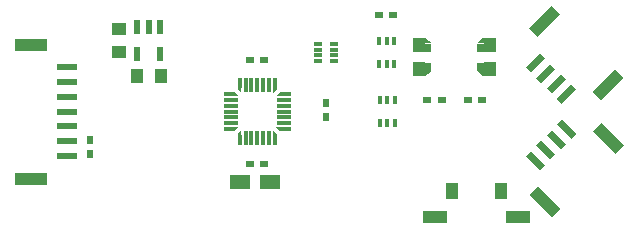
<source format=gbr>
G04 #@! TF.FileFunction,Paste,Bot*
%FSLAX46Y46*%
G04 Gerber Fmt 4.6, Leading zero omitted, Abs format (unit mm)*
G04 Created by KiCad (PCBNEW 4.0.5-e0-6337~49~ubuntu14.04.1) date Tue Jun 13 17:42:49 2017*
%MOMM*%
%LPD*%
G01*
G04 APERTURE LIST*
%ADD10C,0.100000*%
%ADD11R,1.000000X1.400000*%
%ADD12R,2.000000X1.000000*%
%ADD13R,1.600000X0.800000*%
%ADD14R,1.000000X1.200000*%
%ADD15R,1.700000X0.600000*%
%ADD16R,2.700000X1.000000*%
%ADD17R,0.300000X0.800000*%
%ADD18R,1.200000X1.000000*%
%ADD19R,1.800000X1.250000*%
%ADD20R,0.800000X0.500000*%
%ADD21R,0.500000X0.800000*%
%ADD22R,0.600000X1.200000*%
%ADD23R,0.300000X0.900000*%
%ADD24R,0.300000X1.200000*%
%ADD25R,0.900000X0.300000*%
%ADD26R,1.200000X0.300000*%
%ADD27R,0.800000X0.300000*%
G04 APERTURE END LIST*
D10*
D11*
X133850000Y-87750000D03*
X129650000Y-87750000D03*
D12*
X135250000Y-89900000D03*
X128250000Y-89900000D03*
D13*
X132575000Y-77200000D03*
X132575000Y-75600000D03*
X127175000Y-77200000D03*
X127175000Y-75600000D03*
D14*
X126875000Y-77400000D03*
X126875000Y-75400000D03*
X132875000Y-77400000D03*
X132875000Y-75400000D03*
D10*
G36*
X127325000Y-78000000D02*
X126775000Y-77600000D01*
X127975000Y-77600000D01*
X127425000Y-78000000D01*
X127325000Y-78000000D01*
X127325000Y-78000000D01*
G37*
G36*
X127425000Y-74800000D02*
X127975000Y-75200000D01*
X126775000Y-75200000D01*
X127325000Y-74800000D01*
X127425000Y-74800000D01*
X127425000Y-74800000D01*
G37*
G36*
X132325000Y-78000000D02*
X131775000Y-77600000D01*
X132975000Y-77600000D01*
X132425000Y-78000000D01*
X132325000Y-78000000D01*
X132325000Y-78000000D01*
G37*
G36*
X132425000Y-74800000D02*
X132975000Y-75200000D01*
X131775000Y-75200000D01*
X132325000Y-74800000D01*
X132425000Y-74800000D01*
X132425000Y-74800000D01*
G37*
G36*
X137222093Y-83431712D02*
X138424175Y-84633794D01*
X137999911Y-85058058D01*
X136797829Y-83855976D01*
X137222093Y-83431712D01*
X137222093Y-83431712D01*
G37*
G36*
X136338210Y-84315596D02*
X137540292Y-85517678D01*
X137116028Y-85941942D01*
X135913946Y-84739860D01*
X136338210Y-84315596D01*
X136338210Y-84315596D01*
G37*
G36*
X138105976Y-82547829D02*
X139308058Y-83749911D01*
X138883794Y-84174175D01*
X137681712Y-82972093D01*
X138105976Y-82547829D01*
X138105976Y-82547829D01*
G37*
G36*
X138989860Y-81663946D02*
X140191942Y-82866028D01*
X139767678Y-83290292D01*
X138565596Y-82088210D01*
X138989860Y-81663946D01*
X138989860Y-81663946D01*
G37*
G36*
X136921573Y-87338477D02*
X138830762Y-89247666D01*
X138123655Y-89954773D01*
X136214466Y-88045584D01*
X136921573Y-87338477D01*
X136921573Y-87338477D01*
G37*
G36*
X142295584Y-81964466D02*
X144204773Y-83873655D01*
X143497666Y-84580762D01*
X141588477Y-82671573D01*
X142295584Y-81964466D01*
X142295584Y-81964466D01*
G37*
D15*
X97100000Y-82250000D03*
X97100000Y-81000000D03*
X97100000Y-83500000D03*
X97100000Y-84750000D03*
D16*
X94050000Y-75325000D03*
X94050001Y-86675000D03*
D15*
X97100000Y-79750000D03*
X97100000Y-78500000D03*
X97100000Y-77250000D03*
D17*
X123550000Y-80000000D03*
X124200000Y-80000000D03*
X124850000Y-80000000D03*
X124850000Y-82000000D03*
X124200000Y-82000000D03*
X123550000Y-82000000D03*
X124800000Y-77000000D03*
X124150000Y-77000000D03*
X123500000Y-77000000D03*
X123500000Y-75000000D03*
X124150000Y-75000000D03*
X124800000Y-75000000D03*
D18*
X101500000Y-74000000D03*
X101500000Y-76000000D03*
D19*
X111700000Y-87000000D03*
X114300000Y-87000000D03*
D20*
X112600000Y-85400000D03*
X113800000Y-85400000D03*
D14*
X103000000Y-78000000D03*
X105000000Y-78000000D03*
D21*
X99000000Y-83400000D03*
X99000000Y-84600000D03*
D10*
G36*
X137681712Y-79027907D02*
X138883794Y-77825825D01*
X139308058Y-78250089D01*
X138105976Y-79452171D01*
X137681712Y-79027907D01*
X137681712Y-79027907D01*
G37*
G36*
X138565596Y-79911790D02*
X139767678Y-78709708D01*
X140191942Y-79133972D01*
X138989860Y-80336054D01*
X138565596Y-79911790D01*
X138565596Y-79911790D01*
G37*
G36*
X136797829Y-78144024D02*
X137999911Y-76941942D01*
X138424175Y-77366206D01*
X137222093Y-78568288D01*
X136797829Y-78144024D01*
X136797829Y-78144024D01*
G37*
G36*
X135913946Y-77260140D02*
X137116028Y-76058058D01*
X137540292Y-76482322D01*
X136338210Y-77684404D01*
X135913946Y-77260140D01*
X135913946Y-77260140D01*
G37*
G36*
X141588477Y-79328427D02*
X143497666Y-77419238D01*
X144204773Y-78126345D01*
X142295584Y-80035534D01*
X141588477Y-79328427D01*
X141588477Y-79328427D01*
G37*
G36*
X136214466Y-73954416D02*
X138123655Y-72045227D01*
X138830762Y-72752334D01*
X136921573Y-74661523D01*
X136214466Y-73954416D01*
X136214466Y-73954416D01*
G37*
D20*
X124700000Y-72800000D03*
X123500000Y-72800000D03*
X128800000Y-80000000D03*
X127600000Y-80000000D03*
X132200000Y-80000000D03*
X131000000Y-80000000D03*
D22*
X104000000Y-73850000D03*
X103050000Y-73850000D03*
X104950000Y-73850000D03*
X104950000Y-76150000D03*
X103050000Y-76150000D03*
D20*
X113800000Y-76600000D03*
X112600000Y-76600000D03*
D21*
X119000000Y-80300000D03*
X119000000Y-81500000D03*
D23*
X111700000Y-78600000D03*
D24*
X112200000Y-78750000D03*
X112700000Y-78750000D03*
X113200000Y-78750000D03*
X113700000Y-78750000D03*
X114200000Y-78750000D03*
D23*
X114700000Y-78600000D03*
D25*
X115600000Y-79500000D03*
D26*
X115450000Y-80000000D03*
X115450000Y-80500000D03*
X115450000Y-81000000D03*
X115450000Y-81500000D03*
X115450000Y-82000000D03*
D25*
X115600000Y-82500000D03*
D23*
X114700000Y-83400000D03*
D24*
X114200000Y-83250000D03*
X113700000Y-83250000D03*
X113200000Y-83250000D03*
X112700000Y-83250000D03*
X112200000Y-83250000D03*
D23*
X111700000Y-83400000D03*
D25*
X110800000Y-82500000D03*
D26*
X110950000Y-82000000D03*
X110950000Y-81500000D03*
X110950000Y-81000000D03*
X110950000Y-80500000D03*
X110950000Y-80000000D03*
D25*
X110800000Y-79500000D03*
D10*
G36*
X111850000Y-78600000D02*
X111850000Y-79400000D01*
X111550000Y-79100000D01*
X111550000Y-78900000D01*
X111850000Y-78600000D01*
X111850000Y-78600000D01*
G37*
G36*
X111600000Y-79650000D02*
X110800000Y-79650000D01*
X111100000Y-79350000D01*
X111300000Y-79350000D01*
X111600000Y-79650000D01*
X111600000Y-79650000D01*
G37*
G36*
X114800000Y-82350000D02*
X115600000Y-82350000D01*
X115300000Y-82650000D01*
X115100000Y-82650000D01*
X114800000Y-82350000D01*
X114800000Y-82350000D01*
G37*
G36*
X114550000Y-83400000D02*
X114550000Y-82600000D01*
X114850000Y-82900000D01*
X114850000Y-83100000D01*
X114550000Y-83400000D01*
X114550000Y-83400000D01*
G37*
G36*
X114550000Y-79400000D02*
X114550000Y-78600000D01*
X114850000Y-78900000D01*
X114850000Y-79100000D01*
X114550000Y-79400000D01*
X114550000Y-79400000D01*
G37*
G36*
X115600000Y-79650000D02*
X114800000Y-79650000D01*
X115100000Y-79350000D01*
X115300000Y-79350000D01*
X115600000Y-79650000D01*
X115600000Y-79650000D01*
G37*
G36*
X111850000Y-82600000D02*
X111850000Y-83400000D01*
X111550000Y-83100000D01*
X111550000Y-82900000D01*
X111850000Y-82600000D01*
X111850000Y-82600000D01*
G37*
G36*
X110800000Y-82350000D02*
X111600000Y-82350000D01*
X111300000Y-82650000D01*
X111100000Y-82650000D01*
X110800000Y-82350000D01*
X110800000Y-82350000D01*
G37*
D27*
X118350000Y-75250000D03*
X118350000Y-75750000D03*
X118350000Y-76250000D03*
X118350000Y-76750000D03*
X119650000Y-76750000D03*
X119650000Y-76250000D03*
X119650000Y-75750000D03*
X119650000Y-75250000D03*
M02*

</source>
